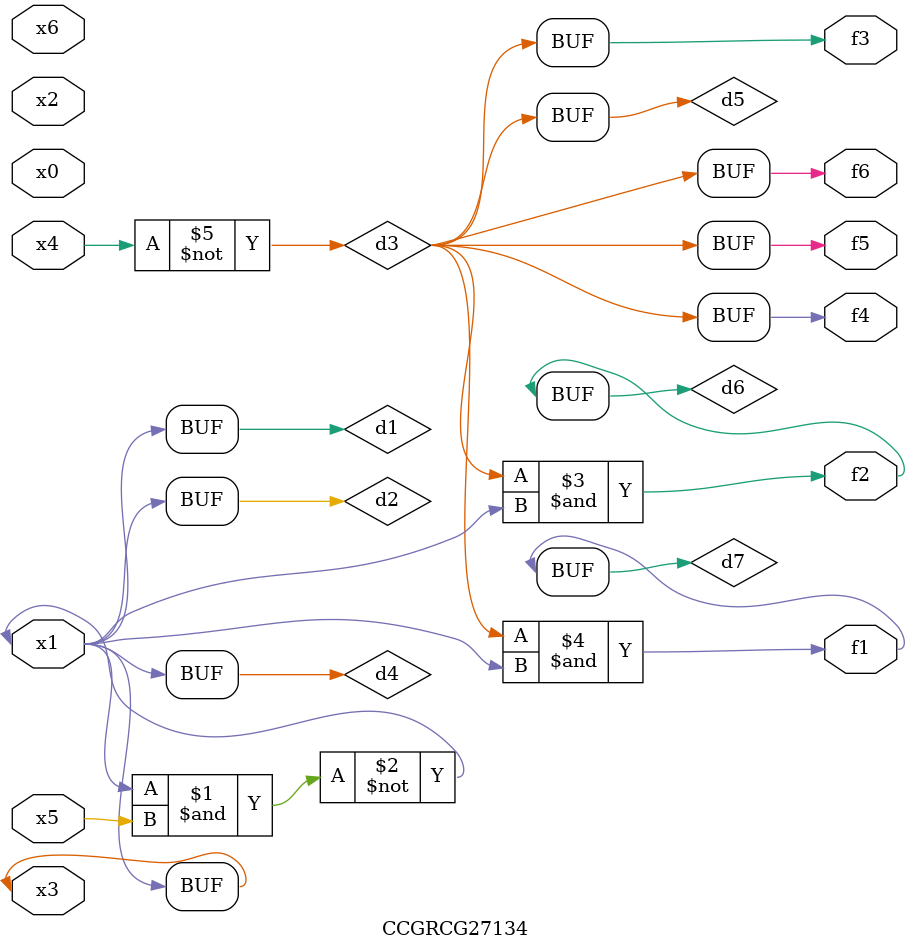
<source format=v>
module CCGRCG27134(
	input x0, x1, x2, x3, x4, x5, x6,
	output f1, f2, f3, f4, f5, f6
);

	wire d1, d2, d3, d4, d5, d6, d7;

	buf (d1, x1, x3);
	nand (d2, x1, x5);
	not (d3, x4);
	buf (d4, d1, d2);
	buf (d5, d3);
	and (d6, d3, d4);
	and (d7, d3, d4);
	assign f1 = d7;
	assign f2 = d6;
	assign f3 = d5;
	assign f4 = d5;
	assign f5 = d5;
	assign f6 = d5;
endmodule

</source>
